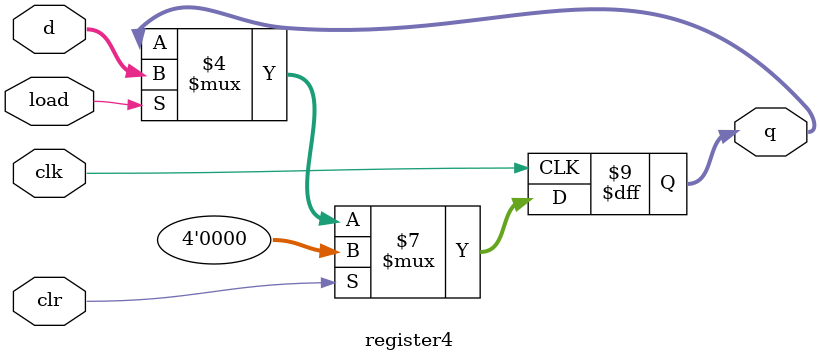
<source format=v>
module register4(load, clk, clr, d, q);
    input load, clr, clk;
    input [3:0] d;
    output reg [3:0] q;

    always @(posedge clk)
        if(clr == 1)
            q <= 0;
        else if(load ==1)
            q <= d;
endmodule
</source>
